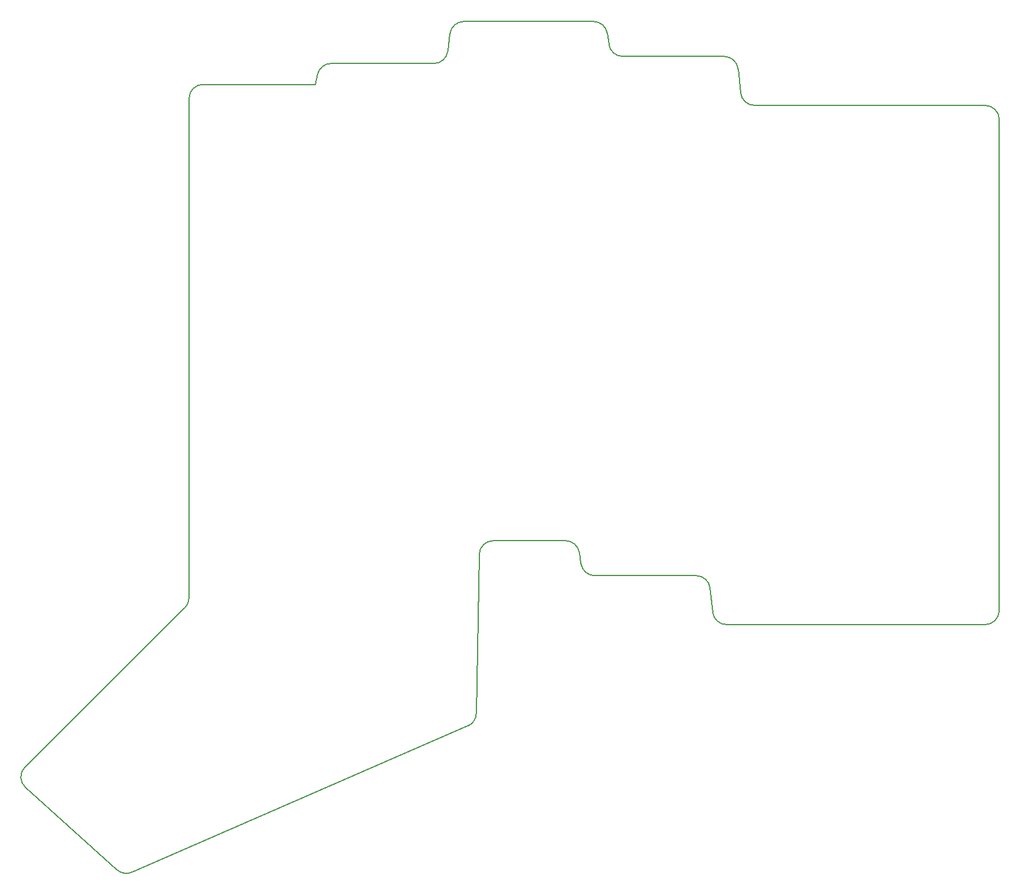
<source format=gbr>
%TF.GenerationSoftware,KiCad,Pcbnew,8.0.7*%
%TF.CreationDate,2024-12-27T12:50:11-06:00*%
%TF.ProjectId,right,72696768-742e-46b6-9963-61645f706362,v1.0.0*%
%TF.SameCoordinates,Original*%
%TF.FileFunction,Profile,NP*%
%FSLAX46Y46*%
G04 Gerber Fmt 4.6, Leading zero omitted, Abs format (unit mm)*
G04 Created by KiCad (PCBNEW 8.0.7) date 2024-12-27 12:50:11*
%MOMM*%
%LPD*%
G01*
G04 APERTURE LIST*
%TA.AperFunction,Profile*%
%ADD10C,0.150000*%
%TD*%
G04 APERTURE END LIST*
D10*
X326211908Y-148500000D02*
X336527625Y-148500000D01*
X301121233Y-81764868D02*
X300749900Y-83250000D01*
X274594184Y-195906633D02*
G75*
G02*
X272457357Y-195559288I-798584J1833633D01*
G01*
X342744502Y-77546681D02*
X342505498Y-75953319D01*
X359202839Y-79250000D02*
X344722375Y-79250000D01*
X359202839Y-79250000D02*
G75*
G02*
X361191419Y-81036938I-39J-2000000D01*
G01*
X282750000Y-85250000D02*
G75*
G02*
X284750000Y-83250000I2000000J0D01*
G01*
X323774671Y-173217101D02*
G75*
G02*
X322573569Y-175012299I-1999671J38501D01*
G01*
X300749900Y-83250000D02*
X284750000Y-83250000D01*
X259376483Y-183781155D02*
G75*
G02*
X259302645Y-180878610I1338217J1486255D01*
G01*
X320031009Y-76001931D02*
X319718991Y-78498069D01*
X340722375Y-153500000D02*
X355202839Y-153500000D01*
X340527625Y-74250000D02*
X322015564Y-74250000D01*
X359547161Y-160500000D02*
X396500000Y-160500000D01*
X301121232Y-81764868D02*
G75*
G02*
X303061502Y-80250002I1940268J-485132D01*
G01*
X259376483Y-183781155D02*
X272457387Y-195559254D01*
X282750000Y-156669851D02*
G75*
G02*
X282162109Y-158086115I-2000000J51D01*
G01*
X398500000Y-158500000D02*
X398500000Y-88250000D01*
X340527625Y-74250000D02*
G75*
G02*
X342505473Y-75953323I-25J-2000000D01*
G01*
X398500000Y-158500000D02*
G75*
G02*
X396500000Y-160500000I-2000000J0D01*
G01*
X359547161Y-160500000D02*
G75*
G02*
X357558581Y-158713062I39J2000000D01*
G01*
X282750000Y-85250000D02*
X282750000Y-156669851D01*
X396500000Y-86250000D02*
X363547161Y-86250000D01*
X320031008Y-76001931D02*
G75*
G02*
X322015564Y-74249964I1984592J-248069D01*
G01*
X282162134Y-158086141D02*
X259302610Y-180878575D01*
X363547161Y-86250000D02*
G75*
G02*
X361558581Y-84463062I39J2000000D01*
G01*
X355202839Y-153500000D02*
G75*
G02*
X357191419Y-155286938I-39J-2000000D01*
G01*
X396500000Y-86250000D02*
G75*
G02*
X398500000Y-88250000I0J-2000000D01*
G01*
X336527625Y-148500000D02*
G75*
G02*
X338505473Y-150203323I-25J-2000000D01*
G01*
X361558543Y-84463066D02*
X361191457Y-81036934D01*
X319718992Y-78498069D02*
G75*
G02*
X317734436Y-80250036I-1984592J248069D01*
G01*
X274594184Y-195906633D02*
X322573576Y-175012315D01*
X317734436Y-80250000D02*
X303061502Y-80250000D01*
X340722375Y-153500000D02*
G75*
G02*
X338744527Y-151796677I25J2000000D01*
G01*
X338505498Y-150203319D02*
X338744502Y-151796681D01*
X357191457Y-155286934D02*
X357558543Y-158713066D01*
X324212278Y-150461546D02*
G75*
G02*
X326211908Y-148500008I1999622J-38454D01*
G01*
X344722375Y-79250000D02*
G75*
G02*
X342744527Y-77546677I25J2000000D01*
G01*
X323774671Y-173217101D02*
X324212278Y-150461546D01*
M02*

</source>
